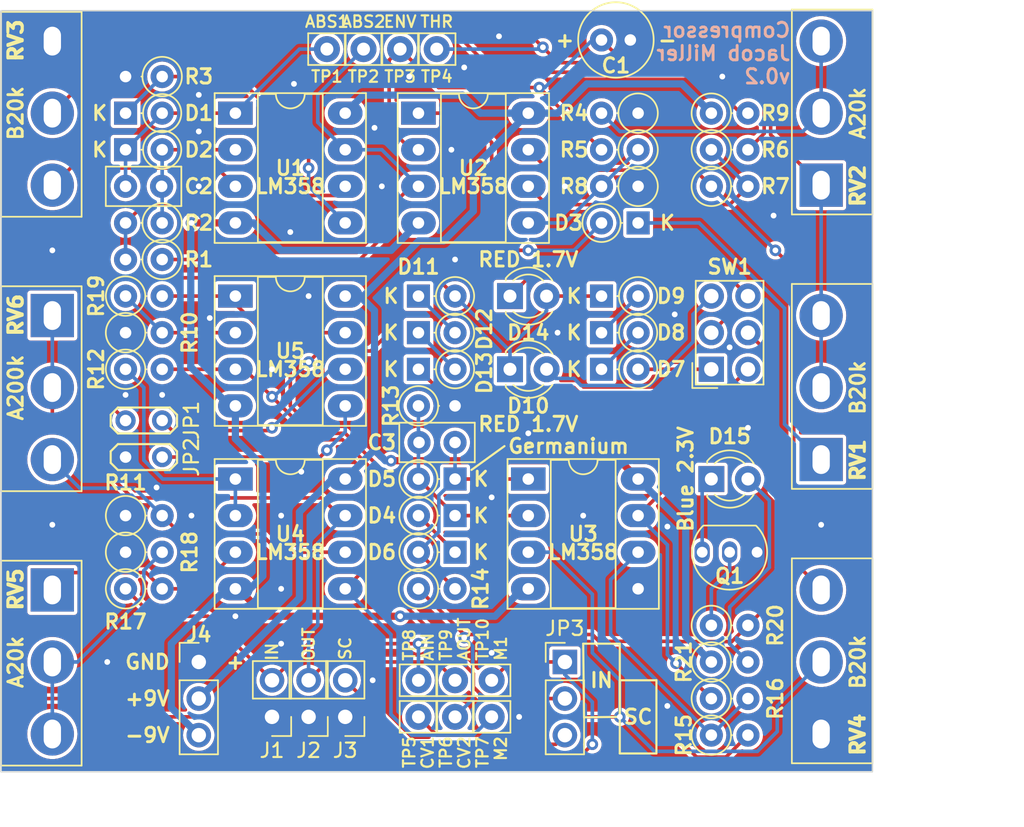
<source format=kicad_pcb>
(kicad_pcb (version 20221018) (generator pcbnew)
  (title_block (title "Compressor Pedal") (date "2023-06-12") (rev "v0.2"))
  (layers (0 "F.Cu" signal) (31 "B.Cu" signal) (34 "B.Paste" user) (35 "F.Paste" user) (36 "B.SilkS" user "B.Silkscreen") (37 "F.SilkS" user "F.Silkscreen") (38 "B.Mask" user) (39 "F.Mask" user) (44 "Edge.Cuts" user))
  (net 0 "")
  (net 1 "Net-(U2A--)")
  (net 2 "GNDA")
  (net 3 "Net-(D2-A)")
  (net 4 "Net-(D1-A)")
  (net 5 "Net-(D4-K)")
  (net 6 "Net-(D5-K)")
  (net 7 "Net-(D1-K)")
  (net 8 "Net-(D3-K)")
  (net 9 "Net-(D3-A)")
  (net 10 "Net-(D4-A)")
  (net 11 "Net-(D7-K)")
  (net 12 "Net-(D7-A)")
  (net 13 "Net-(D8-K)")
  (net 14 "/Volume Control/vol_mod")
  (net 15 "Net-(D10-A)")
  (net 16 "Net-(D11-K)")
  (net 17 "Net-(D12-K)")
  (net 18 "Net-(D13-K)")
  (net 19 "Net-(D14-K)")
  (net 20 "Net-(D15-K)")
  (net 21 "Net-(D15-A)")
  (net 22 "Net-(Q1-B)")
  (net 23 "Net-(U2A-+)")
  (net 24 "Net-(U1B--)")
  (net 25 "Net-(R4-Pad2)")
  (net 26 "Net-(U2B-+)")
  (net 27 "Net-(U2B--)")
  (net 28 "Net-(R6-Pad2)")
  (net 29 "/Volume Control/ctrl_voltage")
  (net 30 "+9V")
  (net 31 "Net-(R9-Pad2)")
  (net 32 "Net-(U5A--)")
  (net 33 "Net-(U4B--)")
  (net 34 "Net-(U4A--)")
  (net 35 "Net-(SW1A-B)")
  (net 36 "Net-(U3B--)")
  (net 37 "Net-(SW1B-B)")
  (net 38 "/input")
  (net 39 "Net-(U4A-+)")
  (net 40 "Net-(R18-Pad2)")
  (net 41 "/Volume Detector/signal_in")
  (net 42 "Net-(U3A-+)")
  (net 43 "/output")
  (net 44 "-9V")
  (net 45 "Net-(JP1-A)")
  (net 46 "Net-(JP1-B)")
  (net 47 "Net-(JP2-B)")
  (net 48 "Net-(J3-T)")
  (net 49 "Net-(JP3-C)")
  (footprint "Connector_PinHeader_2.54mm:PinHeader_1x02_P2.54mm_Vertical" (layer "F.Cu") (at 144.78 123.19 180)
    (fp_text reference "J1")
    (fp_text value "IN")
  )
  (footprint "Resistor_THT:R_Axial_DIN0207_L6.3mm_D2.5mm_P2.54mm_Vertical" (layer "F.Cu") (at 134.62 96.52)
    (fp_text reference "R10")
    (fp_text value "4.7k")
  )
  (footprint "Resistor_THT:R_Axial_DIN0207_L6.3mm_D2.5mm_P2.54mm_Vertical" (layer "F.Cu") (at 137.16 78.74 180)
    (fp_text reference "R3")
    (fp_text value "10k")
  )
  (footprint "Diode_THT:D_DO-35_SOD27_P2.54mm_Vertical_KathodeUp" (layer "F.Cu") (at 154.94 96.52)
    (fp_text reference "D12")
    (fp_text value "1N4148")
  )
  (footprint "Connector_Pin:Pin_D0.9mm_L10.0mm_W2.4mm_FlatFork" (layer "F.Cu") (at 156.21 76.835 180)
    (fp_text reference "TP4")
    (fp_text value "THR")
  )
  (footprint "Resistor_THT:R_Axial_DIN0207_L6.3mm_D2.5mm_P2.54mm_Vertical" (layer "F.Cu") (at 134.62 114.3)
    (fp_text reference "R17")
    (fp_text value "100k")
  )
  (footprint "CustomLibrary:Potentiometer_Alps_RK163_Single_Horizontal_Pads_Only" (layer "F.Cu") (at 129.54 95.33)
    (fp_text reference "RV6")
    (fp_text value "A200k")
  )
  (footprint "Capacitor_THT:C_Radial_D5.0mm_H11.0mm_P2.00mm" (layer "F.Cu") (at 167.64 76.2)
    (fp_text reference "C1")
    (fp_text value "1uF")
  )
  (footprint "CustomLibrary:Potentiometer_Alps_RK163_Single_Horizontal_Pads_Only" (layer "F.Cu") (at 182.88 105.33 180)
    (fp_text reference "RV1")
    (fp_text value "B20k")
  )
  (footprint "Resistor_THT:R_Axial_DIN0207_L6.3mm_D2.5mm_P2.54mm_Vertical" (layer "F.Cu") (at 175.26 86.36)
    (fp_text reference "R7")
    (fp_text value "100k")
  )
  (footprint "Resistor_THT:R_Axial_DIN0207_L6.3mm_D2.5mm_P2.54mm_Vertical" (layer "F.Cu") (at 170.18 81.28 180)
    (fp_text reference "R4")
    (fp_text value "4.7k" hide)
  )
  (footprint "Capacitor_THT:C_Disc_D5.0mm_W2.5mm_P2.50mm" (layer "F.Cu") (at 154.98 104.14)
    (fp_text reference "C3")
    (fp_text value "1nF")
  )
  (footprint "Diode_THT:D_DO-35_SOD27_P2.54mm_Vertical_KathodeUp" (layer "F.Cu") (at 134.62 83.82)
    (fp_text reference "D2")
    (fp_text value "1N4148")
  )
  (footprint "Resistor_THT:R_Axial_DIN0207_L6.3mm_D2.5mm_P2.54mm_Vertical" (layer "F.Cu") (at 175.26 116.84)
    (fp_text reference "R20")
    (fp_text value "10k")
  )
  (footprint "Resistor_THT:R_Axial_DIN0207_L6.3mm_D2.5mm_P2.54mm_Vertical" (layer "F.Cu") (at 175.26 121.92)
    (fp_text reference "R16")
    (fp_text value "47k")
  )
  (footprint "Connector_Pin:Pin_D0.9mm_L10.0mm_W2.4mm_FlatFork" (layer "F.Cu") (at 154.94 123.19)
    (fp_text reference "TP5")
    (fp_text value "CV1")
  )
  (footprint "Resistor_THT:R_Axial_DIN0207_L6.3mm_D2.5mm_P2.54mm_Vertical" (layer "F.Cu") (at 175.26 83.82)
    (fp_text reference "R6")
    (fp_text value "100k")
  )
  (footprint "Package_DIP:DIP-8_W7.62mm_Socket_LongPads" (layer "F.Cu") (at 154.94 81.28)
    (fp_text reference "U2")
    (fp_text value "LM358")
  )
  (footprint "Connector_Pin:Pin_D0.9mm_L10.0mm_W2.4mm_FlatFork" (layer "F.Cu") (at 160.02 120.65)
    (fp_text reference "TP10")
    (fp_text value "M1")
  )
  (footprint "Resistor_THT:R_Axial_DIN0207_L6.3mm_D2.5mm_P2.54mm_Vertical" (layer "F.Cu") (at 134.62 111.76)
    (fp_text reference "R18")
    (fp_text value "10k")
  )
  (footprint "Diode_THT:D_DO-35_SOD27_P2.54mm_Vertical_KathodeUp" (layer "F.Cu") (at 157.48 109.22 180)
    (fp_text reference "D4")
    (fp_text value "1N4148")
  )
  (footprint "TestPoint:TestPoint_2Pads_Pitch2.54mm_Drill0.8mm" (layer "F.Cu") (at 134.62 105.156)
    (fp_text reference "JP2")
    (fp_text value "Jumper_2_Bridged")
  )
  (footprint "Resistor_THT:R_Axial_DIN0207_L6.3mm_D2.5mm_P2.54mm_Vertical" (layer "F.Cu") (at 154.94 114.3)
    (fp_text reference "R14")
    (fp_text value "1k")
  )
  (footprint "Connector_Pin:Pin_D0.9mm_L10.0mm_W2.4mm_FlatFork" (layer "F.Cu") (at 154.94 120.65)
    (fp_text reference "TP8")
    (fp_text value "AIN")
  )
  (footprint "LED_THT:LED_D3.0mm_FlatTop" (layer "F.Cu") (at 161.29 93.98)
    (fp_text reference "D14")
    (fp_text value "RED 1.7V")
  )
  (footprint "Connector_Pin:Pin_D0.9mm_L10.0mm_W2.4mm_FlatFork" (layer "F.Cu") (at 160.02 123.19)
    (fp_text reference "TP7")
    (fp_text value "M2")
  )
  (footprint "CustomLibrary:Potentiometer_Alps_RK163_Single_Horizontal_Pads_Only" (layer "F.Cu") (at 129.54 76.28)
    (fp_text reference "RV3")
    (fp_text value "B20k")
  )
  (footprint "Connector_Pin:Pin_D0.9mm_L10.0mm_W2.4mm_FlatFork" (layer "F.Cu") (at 148.59 76.835)
    (fp_text reference "TP1")
    (fp_text value "ABS1")
  )
  (footprint "Connector_Pin:Pin_D0.9mm_L10.0mm_W2.4mm_FlatFork" (layer "F.Cu") (at 153.67 76.835 180)
    (fp_text reference "TP3")
    (fp_text value "ENV")
  )
  (footprint "Resistor_THT:R_Axial_DIN0207_L6.3mm_D2.5mm_P2.54mm_Vertical" (layer "F.Cu") (at 134.62 109.22)
    (fp_text reference "R11")
    (fp_text value "10k")
  )
  (footprint "Connector_Pin:Pin_D0.9mm_L10.0mm_W2.4mm_FlatFork" (layer "F.Cu") (at 157.48 120.65)
    (fp_text reference "TP9")
    (fp_text value "AOUT")
  )
  (footprint "TestPoint:TestPoint_2Pads_Pitch2.54mm_Drill0.8mm" (layer "F.Cu") (at 137.16 102.616 180)
    (fp_text reference "JP1")
    (fp_text value "Jumper_2_Bridged")
  )
  (footprint "Resistor_THT:R_Axial_DIN0207_L6.3mm_D2.5mm_P2.54mm_Vertical" (layer "F.Cu") (at 154.94 101.6)
    (fp_text reference "R13")
    (fp_text value "220k")
  )
  (footprint "Connector_Pin:Pin_D0.9mm_L10.0mm_W2.4mm_FlatFork" (layer "F.Cu") (at 157.48 123.19)
    (fp_text reference "TP6")
    (fp_text value "CV2")
  )
  (footprint "Resistor_THT:R_Axial_DIN0207_L6.3mm_D2.5mm_P2.54mm_Vertical" (layer "F.Cu") (at 134.62 93.98)
    (fp_text reference "R19")
    (fp_text value "100k")
  )
  (footprint "Connector_PinHeader_2.54mm:PinHeader_1x02_P2.54mm_Vertical" (layer "F.Cu") (at 149.86 123.19 180)
    (fp_text reference "J3")
    (fp_text value "SC")
  )
  (footprint "Resistor_THT:R_Axial_DIN0207_L6.3mm_D2.5mm_P2.54mm_Vertical" (layer "F.Cu") (at 137.16 88.9 180)
    (fp_text reference "R2")
    (fp_text value "10k")
  )
  (footprint "Diode_THT:D_DO-35_SOD27_P2.54mm_Vertical_KathodeUp" (layer "F.Cu") (at 170.18 88.9 180)
    (fp_text reference "D3")
    (fp_text value "1N4148")
  )
  (footprint "Package_DIP:DIP-8_W7.62mm_Socket_LongPads" (layer "F.Cu") (at 142.24 106.68)
    (fp_text reference "U4")
    (fp_text value "LM358")
  )
  (footprint "Diode_THT:D_DO-35_SOD27_P2.54mm_Vertical_KathodeUp" (layer "F.Cu") (at 167.64 96.52)
    (fp_text reference "D8")
    (fp_text value "1N4148")
  )
  (footprint "Diode_THT:D_DO-35_SOD27_P2.54mm_Vertical_KathodeUp" (layer "F.Cu") (at 157.48 106.68 180)
    (fp_text reference "D5")
    (fp_text value "1N34A")
  )
  (footprint "Resistor_THT:R_Axial_DIN0207_L6.3mm_D2.5mm_P2.54mm_Vertical" (layer "F.Cu") (at 175.26 124.46)
    (fp_text reference "R15")
    (fp_text value "47k")
  )
  (footprint "Resistor_THT:R_Axial_DIN0207_L6.3mm_D2.5mm_P2.54mm_Vertical" (layer "F.Cu") (at 170.18 83.82 180)
    (fp_text reference "R5")
    (fp_text value "100k")
  )
  (footprint "Package_DIP:DIP-8_W7.62mm_Socket_LongPads" (layer "F.Cu") (at 162.56 106.68)
    (fp_text reference "U3")
    (fp_text value "LM358")
  )
  (footprint "Resistor_THT:R_Axial_DIN0207_L6.3mm_D2.5mm_P2.54mm_Vertical" (layer "F.Cu") (at 134.62 99.06)
    (fp_text reference "R12")
    (fp_text value "100k")
  )
  (footprint "LED_THT:LED_D3.0mm_Clear" (layer "F.Cu") (at 175.26 106.68)
    (fp_text reference "D15")
    (fp_text value "Blue 2.3V")
  )
  (footprint "CustomLibrary:Potentiometer_Alps_RK163_Single_Horizontal_Pads_Only" (layer "F.Cu") (at 182.88 124.38 180)
    (fp_text reference "RV4")
    (fp_text value "B20k")
  )
  (footprint "CustomLibrary:TO-92_Inline_wide" (layer "F.Cu") (at 177.8 111.76 180)
    (fp_text reference "Q1")
    (fp_text value "PN2222A")
  )
  (footprint "Diode_THT:D_DO-35_SOD27_P2.54mm_Vertical_KathodeUp" (layer "F.Cu") (at 167.64 93.98)
    (fp_text reference "D9")
    (fp_text value "1N4148")
  )
  (footprint "Diode_THT:D_DO-35_SOD27_P2.54mm_Vertical_KathodeUp" (layer "F.Cu") (at 167.64 99.06)
    (fp_text reference "D7")
    (fp_text value "1N4148")
  )
  (footprint "Resistor_THT:R_Axial_DIN0207_L6.3mm_D2.5mm_P2.54mm_Vertical" (layer "F.Cu") (at 137.16 91.44 180)
    (fp_text reference "R1")
    (fp_text value "10k")
  )
  (footprint "Diode_THT:D_DO-35_SOD27_P2.54mm_Vertical_KathodeUp" (layer "F.Cu") (at 134.62 81.28)
    (fp_text reference "D1")
    (fp_text value "1N4148")
  )
  (footprint "Diode_THT:D_DO-35_SOD27_P2.54mm_Vertical_KathodeUp" (layer "F.Cu") (at 154.94 99.06)
    (fp_text reference "D13")
    (fp_text value "1N4148")
  )
  (footprint "Capacitor_THT:C_Disc_D5.0mm_W2.5mm_P2.50mm" (layer "F.Cu") (at 137.12 86.36 180)
    (fp_text reference "C2")
    (fp_text value "100pF")
  )
  (footprint "Resistor_THT:R_Axial_DIN0207_L6.3mm_D2.5mm_P2.54mm_Vertical" (layer "F.Cu") (at 170.18 86.36 180)
    (fp_text reference "R8")
    (fp_text value "100k")
  )
  (footprint "LED_THT:LED_D3.0mm_FlatTop" (layer "F.Cu") (at 161.29 99.06)
    (fp_text reference "D10")
    (fp_text value "RED 1.7V")
  )
  (footprint "Resistor_THT:R_Axial_DIN0207_L6.3mm_D2.5mm_P2.54mm_Vertical" (layer "F.Cu") (at 175.26 119.38)
    (fp_text reference "R21")
    (fp_text value "10k")
  )
  (footprint "Connector_PinHeader_2.54mm:PinHeader_1x03_P2.54mm_Vertical" (layer "F.Cu") (at 165.1 119.38)
    (fp_text reference "JP3")
    (fp_text value "Select" hide)
  )
  (footprint "Diode_THT:D_DO-35_SOD27_P2.54mm_Vertical_KathodeUp" (layer "F.Cu") (at 157.48 111.76 180)
    (fp_text reference "D6")
    (fp_text value "1N4148")
  )
  (footprint "Diode_THT:D_DO-35_SOD27_P2.54mm_Vertical_KathodeUp" (layer "F.Cu") (at 154.94 93.98)
    (fp_text reference "D11")
    (fp_text value "1N4148")
  )
  (footprint "Package_DIP:DIP-8_W7.62mm_Socket_LongPads" (layer "F.Cu") (at 142.24 93.98)
    (fp_text reference "U5")
    (fp_text value "LM358")
  )
  (footprint "Resistor_THT:R_Axial_DIN0207_L6.3mm_D2.5mm_P2.54mm_Vertical" (layer "F.Cu") (at 175.26 81.28)
    (fp_text reference "R9")
    (fp_text value "33k")
  )
  (footprint "Package_DIP:DIP-8_W7.62mm_Socket_LongPads" (layer "F.Cu") (at 142.24 81.28)
    (fp_text reference "U1")
    (fp_text value "LM358")
  )
  (footprint "CustomLibrary:SW_NKK_GW12LJP" (layer "F.Cu") (at 175.26 99.06 90)
    (fp_text reference "SW1")
    (fp_text value "SW_DPDT_x2")
  )
  (footprint "Connector_Pin:Pin_D0.9mm_L10.0mm_W2.4mm_FlatFork" (layer "F.Cu") (at 151.13 76.835)
    (fp_text reference "TP2")
    (fp_text value "ABS2")
  )
  (footprint "Connector_PinHeader_2.54mm:PinHeader_1x03_P2.54mm_Vertical" (layer "F.Cu") (at 139.7 119.38)
    (fp_text reference "J4")
    (fp_text value "Conn_01x03" hide)
  )
  (footprint "CustomLibrary:Potentiometer_Alps_RK163_Single_Horizontal_Pads_Only" (layer "F.Cu") (at 182.88 86.28 180)
    (fp_text reference "RV2")
    (fp_text value "A20k")
  )
  (footprint "Connector_PinHeader_2.54mm:PinHeader_1x02_P2.54mm_Vertical" (layer "F.Cu") (at 147.32 123.19 180)
    (fp_text reference "J2")
    (fp_text value "OUT")
  )
  (footprint "CustomLibrary:Potentiometer_Alps_RK163_Single_Horizontal_Pads_Only" (layer "F.Cu") (at 129.54 114.38)
    (fp_text reference "RV5")
    (fp_text value "A20k")
  )
  (gr_line (start 168.91 123.19) (end 166.43 123.22) (stroke (width 0.15)) (layer "F.SilkS"))
  (gr_line (start 168.91 120.65) (end 168.91 125.73) (stroke (width 0.15)) (layer "F.SilkS"))
  (gr_line (start 168.91 125.73) (end 171.45 125.73) (stroke (width 0.15)) (layer "F.SilkS"))
  (gr_line (start 166.43 123.22) (end 166.37 118.11) (stroke (width 0.15)) (layer "F.SilkS"))
  (gr_line (start 166.37 118.11) (end 168.91 118.11) (stroke (width 0.15)) (layer "F.SilkS"))
  (gr_line (start 171.45 125.73) (end 171.45 120.65) (stroke (width 0.15)) (layer "F.SilkS"))
  (gr_line (start 168.91 118.11) (end 168.91 123.19) (stroke (width 0.15)) (layer "F.SilkS"))
  (gr_line (start 160.909 104.394) (end 158.623 106.045) (stroke (width 0.15)) (layer "F.SilkS"))
  (gr_line (start 171.45 120.65) (end 168.91 120.65) (stroke (width 0.15)) (layer "F.SilkS"))
  (gr_rect (start 125.984 74.168) (end 186.436 127) (stroke (width 0.1)) (fill none) (layer "Edge.Cuts"))
  (gr_text "Compressor\nJacob Miller\nv0.2" (at 180.848 74.93) (layer "B.SilkS") (effects (font (size 1 1) (thickness 0.2) bold) (justify left top mirror)))
  (gr_text "IN" (at 167.64 120.65) (layer "F.SilkS") (effects (font (size 1 1) (thickness 0.2) bold)))
  (gr_text "+" (at 165.1 76.2) (layer "F.SilkS") (effects (font (size 1 1) (thickness 0.2) bold)))
  (gr_text "-9V" (at 137.795 124.46) (layer "F.SilkS") (effects (font (size 1 1) (thickness 0.2) bold) (justify right)))
  (gr_text "SC" (at 170.18 123.19) (layer "F.SilkS") (effects (font (size 1 1) (thickness 0.2) bold)))
  (gr_text "+9V" (at 137.795 121.92) (layer "F.SilkS") (effects (font (size 1 1) (thickness 0.2) bold) (justify right)))
  (gr_text "+" (at 142.24 119.38) (layer "F.SilkS") (effects (font (size 1 1) (thickness 0.2) bold)))
  (gr_text "Germanium" (at 165.354 104.394) (layer "F.SilkS") (effects (font (size 1 1) (thickness 0.2) bold)))
  (gr_text "-" (at 172.212 76.2) (layer "F.SilkS") (effects (font (size 1 1) (thickness 0.2) bold)))
  (gr_text "GND" (at 137.795 119.38) (layer "F.SilkS") (effects (font (size 1 1) (thickness 0.2) bold) (justify right)))
  (segment (start 156.337 79.502) (end 163.322002 79.502) (width 0.25) (layer "F.Cu") (net 1))
  (segment (start 153.67 76.835) (end 156.337 79.502) (width 0.25) (layer "F.Cu") (net 1))
  (segment (start 179.375 82.775) (end 179.375 80.31362) (width 0.25) (layer "F.Cu") (net 1))
  (segment (start 167.64 83.82) (end 163.322002 79.502) (width 0.25) (layer "F.Cu") (net 1))
  (segment (start 176.38638 77.325) (end 168.765 77.325) (width 0.25) (layer "F.Cu") (net 1))
  (segment (start 152.908 77.597) (end 152.908 82.296) (width 0.25) (layer "F.Cu") (net 1))
  (segment (start 153.67 76.835) (end 152.908 77.597) (width 0.25) (layer "F.Cu") (net 1))
  (segment (start 179.375 80.31362) (end 176.38638 77.325) (width 0.25) (layer "F.Cu") (net 1))
  (segment (start 168.765 77.325) (end 167.64 76.2) (width 0.25) (layer "F.Cu") (net 1))
  (segment (start 182.88 86.28) (end 179.375 82.775) (width 0.25) (layer "F.Cu") (net 1))
  (segment (start 152.908 82.296) (end 154.432 83.82) (width 0.25) (layer "F.Cu") (net 1))
  (via (at 163.322002 79.502) (size 0.8) (drill 0.4) (layers "F.Cu" "B.Cu") (net 1))
  (segment (start 167.005 76.2) (end 167.64 76.2) (width 0.25) (layer "B.Cu") (net 1))
  (segment (start 163.322002 79.502) (end 163.703 79.502) (width 0.25) (layer "B.Cu") (net 1))
  (segment (start 182.88 100.33) (end 182.88 95.25) (width 0.25) (layer "B.Cu") (net 1))
  (segment (start 163.703 79.502) (end 167.005 76.2) (width 0.25) (layer "B.Cu") (net 1))
  (segment (start 182.88 95.33) (end 182.88 86.36) (width 0.25) (layer "B.Cu") (net 1))
  (via (at 134.62 100.838) (size 0.8) (drill 0.4) (layers "F.Cu" "B.Cu") (net 2))
  (via (at 133.35 119.38) (size 0.8) (drill 0.4) (layers "F.Cu" "B.Cu") (net 2))
  (via (at 144.78 99.06) (size 0.8) (drill 0.4) (layers "F.Cu" "B.Cu") (net 2))
  (via (at 129.54 109.855) (size 0.8) (drill 0.4) (layers "F.Cu" "B.Cu") (net 2))
  (via (at 145.415 109.22) (size 0.8) (drill 0.4) (layers "F.Cu" "B.Cu") (net 2))
  (via (at 146.304 79.248) (size 0.8) (drill 0.4) (layers "F.Cu" "B.Cu") (net 2))
  (via (at 172.2077 122.4323) (size 0.8) (drill 0.4) (layers "F.Cu" "B.Cu") (net 2))
  (via (at 154.305 78.74) (size 0.8) (drill 0.4) (layers "F.Cu" "B.Cu") (net 2))
  (via (at 145.415 118.11) (size 0.8) (drill 0.4) (layers "F.Cu" "B.Cu") (net 2))
  (via (at 166.37 109.22) (size 0.8) (drill 0.4) (layers "F.Cu" "B.Cu") (net 2))
  (via (at 139.7 86.36) (size 0.8) (drill 0.4) (layers "F.Cu" "B.Cu") (net 2))
  (via (at 146.812 106.172) (size 0.8) (drill 0.4) (layers "F.Cu" "B.Cu") (net 2))
  (via (at 162.56 103.505) (size 0.8) (drill 0.4) (layers "F.Cu" "B.Cu") (net 2))
  (via (at 152.4 86.36) (size 0.8) (drill 0.4) (layers "F.Cu" "B.Cu") (net 2))
  (via (at 176.022 78.74) (size 0.8) (drill 0.4) (layers "F.Cu" "B.Cu") (net 2))
  (via (at 157.226 83.82) (size 0.8) (drill 0.4) (layers "F.Cu" "B.Cu") (net 2))
  (via (at 179.578 88.392) (size 0.8) (drill 0.4) (layers "F.Cu" "B.Cu") (net 2))
  (via (at 160.02 107.95) (size 0.8) (drill 0.4) (layers "F.Cu" "B.Cu") (net 2))
  (via (at 172.212 109.982) (size 0.8) (drill 0.4) (layers "F.Cu" "B.Cu") (net 2))
  (via (at 182.88 109.855) (size 0.8) (drill 0.4) (layers "F.Cu" "B.Cu") (net 2))
  (via (at 151.765 120.65) (size 0.8) (drill 0.4) (layers "F.Cu" "B.Cu") (net 2))
  (via (at 139.7 80.01) (size 0.8) (drill 0.4) (layers "F.Cu" "B.Cu") (net 2))
  (via (at 147.32 93.98) (size 0.8) (drill 0.4) (layers "F.Cu" "B.Cu") (net 2))
  (via (at 146.05 89.535) (size 0.8) (drill 0.4) (layers "F.Cu" "B.Cu") (net 2))
  (via (at 172.72 95.25) (size 0.8) (drill 0.4) (layers "F.Cu" "B.Cu") (net 2))
  (via (at 177.8 103.124) (size 0.8) (drill 0.4) (layers "F.Cu" "B.Cu") (net 2))
  (via (at 151.892 82.296) (size 0.8) (drill 0.4) (layers "F.Cu" "B.Cu") (net 2))
  (via (at 164.592 96.52) (size 0.8) (drill 0.4) (layers "F.Cu" "B.Cu") (net 2))
  (via (at 129.54 90.805) (size 0.8) (drill 0.4) (layers "F.Cu" "B.Cu") (net 2))
  (via (at 136.771139 107.265969) (size 0.8) (drill 0.4) (layers "F.Cu" "B.Cu") (net 2))
  (via (at 139.192 109.22) (size 0.8) (drill 0.4) (layers "F.Cu" "B.Cu") (net 2))
  (via (at 165.1 86.36) (size 0.8) (drill 0.4) (layers "F.Cu" "B.Cu") (net 2))
  (via (at 157.48 91.44) (size 0.8) (drill 0.4) (layers "F.Cu" "B.Cu") (net 2))
  (via (at 160.528 75.946) (size 0.8) (drill 0.4) (layers "F.Cu" "B.Cu") (net 2))
  (via (at 145.415 114.3) (size 0.8) (drill 0.4) (layers "F.Cu" "B.Cu") (net 2))
  (via (at 161.925 123.19) (size 0.8) (drill 0.4) (layers "F.Cu" "B.Cu") (net 2))
  (via (at 158.115 78.105) (size 0.8) (drill 0.4) (layers "F.Cu" "B.Cu") (net 2))
  (via (at 137.16 100.838) (size 0.8) (drill 0.4) (layers "F.Cu" "B.Cu") (net 2))
  (via (at 139.7 82.55) (size 0.8) (drill 0.4) (layers "F.Cu" "B.Cu") (net 2))
  (via (at 142.24 116.205) (size 0.8) (drill 0.4) (layers "F.Cu" "B.Cu") (net 2))
  (via (at 140.462 95.504) (size 0.8) (drill 0.4) (layers "F.Cu" "B.Cu") (net 2))
  (via (at 176.53 97.536) (size 0.8) (drill 0.4) (layers "F.Cu" "B.Cu") (net 2))
  (via (at 160.02 118.745) (size 0.8) (drill 0.4) (layers "F.Cu" "B.Cu") (net 2))
  (segment (start 134.62 111.76) (end 134.62 109.22) (width 0.25) (layer "B.Cu") (net 2))
  (segment (start 137.16 83.82) (end 142.24 83.82) (width 0.25) (layer "F.Cu") (net 3))
  (segment (start 137.16 86.36) (end 137.16 83.82) (width 0.25) (layer "B.Cu") (net 3))
  (segment (start 137.16 88.9) (end 137.16 86.36) (width 0.25) (layer "B.Cu") (net 3))
  (segment (start 137.16 81.28) (end 142.24 81.28) (width 0.25) (layer "F.Cu") (net 4))
  (segment (start 134.62 83.82) (end 137.16 81.28) (width 0.25) (layer "B.Cu") (net 4))
  (segment (start 146.685 76.835) (end 148.59 76.835) (width 0.25) (layer "B.Cu") (net 4))
  (segment (start 142.24 81.28) (end 146.685 76.835) (width 0.25) (layer "B.Cu") (net 4))
  (segment (start 134.62 86.36) (end 134.62 83.82) (width 0.25) (layer "B.Cu") (net 4))
  (segment (start 157.48 109.22) (end 154.94 106.68) (width 0.25) (layer "F.Cu") (net 5))
  (segment (start 157.48 109.22) (end 162.56 109.22) (width 0.25) (layer "F.Cu") (net 5))
  (segment (start 154.94 101.6) (end 154.94 104.14) (width 0.25) (layer "B.Cu") (net 5))
  (segment (start 154.94 106.68) (end 154.94 104.14) (width 0.25) (layer "B.Cu") (net 5))
  (segment (start 162.56 106.68) (end 157.48 106.68) (width 0.25) (layer "F.Cu") (net 6))
  (segment (start 157.48 114.3) (end 154.94 111.76) (width 0.25) (layer "F.Cu") (net 6))
  (segment (start 157.48 106.68) (end 157.48 104.14) (width 0.25) (layer "B.Cu") (net 6))
  (segment (start 156.355 110.345) (end 156.355 107.805) (width 0.25) (layer "B.Cu") (net 6))
  (segment (start 156.355 107.805) (end 157.48 106.68) (width 0.25) (layer "B.Cu") (net 6))
  (segment (start 154.94 111.76) (end 156.355 110.345) (width 0.25) (layer "B.Cu") (net 6))
  (segment (start 137.16 78.74) (end 142.35 78.74) (width 0.25) (layer "F.Cu") (net 7))
  (segment (start 142.35 78.74) (end 147.32 83.71) (width 0.25) (layer "F.Cu") (net 7))
  (segment (start 147.32 83.71) (end 147.32 85.09) (width 0.25) (layer "F.Cu") (net 7))
  (via (at 147.32 85.09) (size 0.8) (drill 0.4) (layers "F.Cu" "B.Cu") (net 7))
  (segment (start 147.32 86.36) (end 149.86 88.9) (width 0.25) (layer "B.Cu") (net 7))
  (segment (start 134.62 81.28) (end 137.16 78.74) (width 0.25) (layer "B.Cu") (net 7))
  (segment (start 147.32 85.09) (end 147.32 86.36) (width 0.25) (layer "B.Cu") (net 7))
  (segment (start 180.34 94.822943) (end 180.34 102.87) (width 0.25) (layer "B.Cu") (net 8))
  (segment (start 170.18 88.9) (end 174.417057 88.9) (width 0.25) (layer "B.Cu") (net 8))
  (segment (start 174.417057 88.9) (end 180.34 94.822943) (width 0.25) (layer "B.Cu") (net 8))
  (segment (start 180.34 102.87) (end 182.88 105.41) (width 0.25) (layer "B.Cu") (net 8))
  (segment (start 160.02 83.312) (end 160.02 88.9) (width 0.25) (layer "F.Cu") (net 9))
  (segment (start 154.94 81.28) (end 157.988 81.28) (width 0.25) (layer "F.Cu") (net 9))
  (segment (start 157.988 81.28) (end 160.02 83.312) (width 0.25) (layer "F.Cu") (net 9))
  (segment (start 160.02 88.9) (end 161.925 90.805) (width 0.25) (layer "F.Cu") (net 9))
  (segment (start 161.925 90.805) (end 162.56 90.805) (width 0.25) (layer "F.Cu") (net 9))
  (via (at 162.56 90.805) (size 0.8) (drill 0.4) (layers "F.Cu" "B.Cu") (net 9))
  (segment (start 165.735 90.805) (end 167.64 88.9) (width 0.25) (layer "B.Cu") (net 9))
  (segment (start 162.56 90.805) (end 165.735 90.805) (width 0.25) (layer "B.Cu") (net 9))
  (segment (start 157.48 111.76) (end 154.94 109.22) (width 0.25) (layer "F.Cu") (net 10))
  (segment (start 167.64 99.06) (end 170.18 96.52) (width 0.25) (layer "B.Cu") (net 11))
  (segment (start 170.18 99.06) (end 175.26 99.06) (width 0.25) (layer "F.Cu") (net 12))
  (segment (start 167.64 96.52) (end 170.18 93.98) (width 0.25) (layer "B.Cu") (net 13))
  (segment (start 151.638 97.79) (end 148.099196 97.79) (width 0.25) (layer "F.Cu") (net 14))
  (segment (start 151.892 106.17269) (end 149.673811 103.954501) (width 0.25) (layer "F.Cu") (net 14))
  (segment (start 149.86 114.3) (end 151.892 112.268) (width 0.25) (layer "F.Cu") (net 14))
  (segment (start 156.21 92.71) (end 153.924 92.71) (width 0.25) (layer "F.Cu") (net 14))
  (segment (start 153.924 92.71) (end 152.908 93.726) (width 0.25) (layer "F.Cu") (net 14))
  (segment (start 148.099196 97.79) (end 147.328598 98.560598) (width 0.25) (layer "F.Cu") (net 14))
  (segment (start 145.600499 101.786189) (end 145.600499 101.785499) (width 0.25) (layer "F.Cu") (net 14))
  (segment (start 144.78 100.965) (end 142.875 99.06) (width 0.25) (layer "F.Cu") (net 14))
  (segment (start 167.64 93.98) (end 163.83 93.98) (width 0.25) (layer "F.Cu") (net 14))
  (segment (start 151.892 112.268) (end 151.892 106.17269) (width 0.25) (layer "F.Cu") (net 14))
  (segment (start 152.908 96.52) (end 151.638 97.79) (width 0.25) (layer "F.Cu") (net 14))
  (segment (start 149.673811 103.954501) (end 147.768811 103.954501) (width 0.25) (layer "F.Cu") (net 14))
  (segment (start 157.48 93.98) (end 156.21 92.71) (width 0.25) (layer "F.Cu") (net 14))
  (segment (start 142.24 99.06) (end 137.16 99.06) (width 0.25) (layer "F.Cu") (net 14))
  (segment (start 145.600499 101.785499) (end 144.78 100.965) (width 0.25) (layer "F.Cu") (net 14))
  (segment (start 147.768811 103.954501) (end 145.600499 101.786189) (width 0.25) (layer "F.Cu") (net 14))
  (segment (start 152.908 93.726) (end 152.908 96.52) (width 0.25) (layer "F.Cu") (net 14))
  (via (at 147.328598 98.560598) (size 0.8) (drill 0.4) (layers "F.Cu" "B.Cu") (net 14))
  (via (at 144.78 100.965) (size 0.8) (drill 0.4) (layers "F.Cu" "B.Cu") (net 14))
  (segment (start 153.035 123.017412) (end 153.035 117.475) (width 0.25) (layer "B.Cu") (net 14))
  (segment (start 147.311402 98.560598) (end 147.328598 98.560598) (width 0.25) (layer "B.Cu") (net 14))
  (segment (start 161.29 99.06) (end 161.29 97.536) (width 0.25) (layer "B.Cu") (net 14))
  (segment (start 144.78 100.965) (end 144.907 100.965) (width 0.25) (layer "B.Cu") (net 14))
  (segment (start 163.83 94.996) (end 163.83 93.98) (width 0.25) (layer "B.Cu") (net 14))
  (segment (start 161.29 97.536) (end 163.83 94.996) (width 0.25) (layer "B.Cu") (net 14))
  (segment (start 144.907 100.965) (end 147.311402 98.560598) (width 0.25) (layer "B.Cu") (net 14))
  (segment (start 158.75 124.46) (end 154.477588 124.46) (width 0.25) (layer "B.Cu") (net 14))
  (segment (start 160.02 123.19) (end 158.75 124.46) (width 0.25) (layer "B.Cu") (net 14))
  (segment (start 161.29 97.79) (end 157.48 93.98) (width 0.25) (layer "B.Cu") (net 14))
  (segment (start 154.477588 124.46) (end 153.035 123.017412) (width 0.25) (layer "B.Cu") (net 14))
  (segment (start 153.035 117.475) (end 149.86 114.3) (width 0.25) (layer "B.Cu") (net 14))
  (segment (start 173.99 95.25) (end 175.26 93.98) (width 0.25) (layer "B.Cu") (net 15))
  (segment (start 164.465 99.695) (end 165.735 99.695) (width 0.25) (layer "B.Cu") (net 15))
  (segment (start 170.96 100.185) (end 173.99 97.155) (width 0.25) (layer "B.Cu") (net 15))
  (segment (start 163.83 99.06) (end 164.465 99.695) (width 0.25) (layer "B.Cu") (net 15))
  (segment (start 166.225 100.185) (end 170.96 100.185) (width 0.25) (layer "B.Cu") (net 15))
  (segment (start 173.99 97.155) (end 173.99 95.25) (width 0.25) (layer "B.Cu") (net 15))
  (segment (start 165.735 99.695) (end 166.225 100.185) (width 0.25) (layer "B.Cu") (net 15))
  (segment (start 154.94 93.98) (end 157.48 96.52) (width 0.25) (layer "B.Cu") (net 16))
  (segment (start 154.94 96.52) (end 157.48 99.06) (width 0.25) (layer "B.Cu") (net 17))
  (segment (start 176.08 100.78) (end 177.8 99.06) (width 0.25) (layer "F.Cu") (net 18))
  (segment (start 154.94 99.06) (end 156.21 100.33) (width 0.25) (layer "F.Cu") (net 18))
  (segment (start 166.183588 100.78) (end 176.08 100.78) (width 0.25) (layer "F.Cu") (net 18))
  (segment (start 165.733588 100.33) (end 166.183588 100.78) (width 0.25) (layer "F.Cu") (net 18))
  (segment (start 156.21 100.33) (end 165.733588 100.33) (width 0.25) (layer "F.Cu") (net 18))
  (segment (start 175.9845 92.1645) (end 177.8 93.98) (width 0.25) (layer "F.Cu") (net 19))
  (segment (start 161.29 93.98) (end 163.1055 92.1645) (width 0.25) (layer "F.Cu") (net 19))
  (segment (start 163.1055 92.1645) (end 175.9845 92.1645) (width 0.25) (layer "F.Cu") (net 19))
  (segment (start 174.625 107.315) (end 175.26 106.68) (width 0.25) (layer "B.Cu") (net 20))
  (segment (start 174.625 111.76) (end 174.625 107.315) (width 0.25) (layer "B.Cu") (net 20))
  (segment (start 176.53 118.11) (end 176.53 115.57) (width 0.25) (layer "B.Cu") (net 21))
  (segment (start 177.8 119.38) (end 176.53 118.11) (width 0.25) (layer "B.Cu") (net 21))
  (segment (start 176.53 115.57) (end 179.285 112.815) (width 0.25) (layer "B.Cu") (net 21))
  (segment (start 179.285 112.815) (end 179.285 108.165) (width 0.25) (layer "B.Cu") (net 21))
  (segment (start 179.285 108.165) (end 177.8 106.68) (width 0.25) (layer "B.Cu") (net 21))
  (segment (start 175.26 114.3) (end 176.53 113.03) (width 0.25) (layer "B.Cu") (net 22))
  (segment (start 176.53 113.03) (end 176.53 111.76) (width 0.25) (layer "B.Cu") (net 22))
  (segment (start 175.26 116.84) (end 175.26 114.3) (width 0.25) (layer "B.Cu") (net 22))
  (segment (start 137.668 91.44) (end 150.876 91.44) (width 0.25) (layer "F.Cu") (net 23))
  (segment (start 152.654 89.662) (end 152.654 88.138) (width 0.25) (layer "F.Cu") (net 23))
  (segment (start 152.654 88.138) (end 154.432 86.36) (width 0.25) (layer "F.Cu") (net 23))
  (segment (start 150.876 91.44) (end 152.654 89.662) (width 0.25) (layer "F.Cu") (net 23))
  (segment (start 137.414 91.186) (end 137.668 91.44) (width 0.25) (layer "F.Cu") (net 23))
  (segment (start 149.86 83.82) (end 152.4 83.82) (width 0.25) (layer "B.Cu") (net 23))
  (segment (start 152.4 83.82) (end 154.94 86.36) (width 0.25) (layer "B.Cu") (net 23))
  (segment (start 147.955 81.915) (end 147.955 80.01) (width 0.25) (layer "B.Cu") (net 23))
  (segment (start 147.955 80.01) (end 151.13 76.835) (width 0.25) (layer "B.Cu") (net 23))
  (segment (start 149.86 83.82) (end 147.955 81.915) (width 0.25) (layer "B.Cu") (net 23))
  (segment (start 134.62 88.9) (end 135.89 87.63) (width 0.25) (layer "F.Cu") (net 24))
  (segment (start 149.225 86.995) (end 149.86 86.36) (width 0.25) (layer "F.Cu") (net 24))
  (segment (start 135.89 87.63) (end 146.05 87.63) (width 0.25) (layer "F.Cu") (net 24))
  (segment (start 146.05 87.63) (end 146.685 86.995) (width 0.25) (layer "F.Cu") (net 24))
  (segment (start 146.685 86.995) (end 149.225 86.995) (width 0.25) (layer "F.Cu") (net 24))
  (segment (start 134.62 91.44) (end 134.62 88.9) (width 0.25) (layer "B.Cu") (net 24))
  (segment (start 168.91 82.55) (end 167.64 81.28) (width 0.25) (layer "B.Cu") (net 25))
  (segment (start 181.61 82.55) (end 168.91 82.55) (width 0.25) (layer "B.Cu") (net 25))
  (segment (start 182.88 81.28) (end 181.61 82.55) (width 0.25) (layer "B.Cu") (net 25))
  (segment (start 182.88 81.28) (end 182.88 76.2) (width 0.25) (layer "B.Cu") (net 25))
  (segment (start 167.64 86.36) (end 170.18 83.82) (width 0.25) (layer "B.Cu") (net 26))
  (segment (start 162.56 88.9) (end 165.1 88.9) (width 0.25) (layer "B.Cu") (net 26))
  (segment (start 165.1 88.9) (end 167.64 86.36) (width 0.25) (layer "B.Cu") (net 26))
  (segment (start 163.83 87.63) (end 176.53 87.63) (width 0.25) (layer "F.Cu") (net 27))
  (segment (start 176.53 87.63) (end 177.8 86.36) (width 0.25) (layer "F.Cu") (net 27))
  (segment (start 162.56 86.36) (end 163.83 87.63) (width 0.25) (layer "F.Cu") (net 27))
  (segment (start 177.8 86.36) (end 175.26 83.82) (width 0.25) (layer "B.Cu") (net 27))
  (segment (start 176.200191 77.774501) (end 164.642501 77.774501) (width 0.25) (layer "F.Cu") (net 28))
  (segment (start 161.798 74.93) (end 163.576 76.708) (width 0.25) (layer "F.Cu") (net 28))
  (segment (start 178.925 80.49931) (end 176.200191 77.774501) (width 0.25) (layer "F.Cu") (net 28))
  (segment (start 177.8 83.82) (end 178.925 82.695) (width 0.25) (layer "F.Cu") (net 28))
  (segment (start 135.89 74.93) (end 161.798 74.93) (width 0.25) (layer "F.Cu") (net 28))
  (segment (start 164.642501 77.774501) (end 163.576 76.708) (width 0.25) (layer "F.Cu") (net 28))
  (segment (start 178.925 82.695) (end 178.925 80.49931) (width 0.25) (layer "F.Cu") (net 28))
  (segment (start 129.54 81.28) (end 135.89 74.93) (width 0.25) (layer "F.Cu") (net 28))
  (via (at 163.576 76.708) (size 0.8) (drill 0.4) (layers "F.Cu" "B.Cu") (net 28))
  (segment (start 163.449 76.835) (end 163.576 76.708) (width 0.25) (layer "B.Cu") (net 28))
  (segment (start 156.21 76.835) (end 163.449 76.835) (width 0.25) (layer "B.Cu") (net 28))
  (segment (start 162.56 83.82) (end 163.975 85.235) (width 0.25) (layer "F.Cu") (net 29))
  (segment (start 180.975 92.075) (end 180.975 112.395) (width 0.25) (layer "F.Cu") (net 29))
  (segment (start 180.975 112.395) (end 182.88 114.3) (width 0.25) (layer "F.Cu") (net 29))
  (segment (start 179.705 90.805) (end 180.975 92.075) (width 0.25) (layer "F.Cu") (net 29))
  (segment (start 174.135 85.235) (end 175.26 86.36) (width 0.25) (layer "F.Cu") (net 29))
  (segment (start 163.975 85.235) (end 174.135 85.235) (width 0.25) (layer "F.Cu") (net 29))
  (via (at 179.705 90.805) (size 0.8) (drill 0.4) (layers "F.Cu" "B.Cu") (net 29))
  (segment (start 175.26 86.36) (end 179.705 90.805) (width 0.25) (layer "B.Cu") (net 29))
  (segment (start 153.035 105.41) (end 168.91 105.41) (width 0.5) (layer "F.Cu") (net 30))
  (segment (start 168.91 105.41) (end 170.18 106.68) (width 0.5) (layer "F.Cu") (net 30))
  (via (at 153.035 105.41) (size 0.8) (drill 0.4) (layers "F.Cu" "B.Cu") (net 30))
  (segment (start 170.18 106.68) (end 173.482 109.982) (width 0.5) (layer "B.Cu") (net 30))
  (segment (start 166.624 79.248) (end 173.228 79.248) (width 0.5) (layer "B.Cu") (net 30))
  (segment (start 151.892 104.648) (end 152.654 105.41) (width 0.5) (layer "B.Cu") (net 30))
  (segment (start 150.876 93.98) (end 151.892 94.996) (width 0.5) (layer "B.Cu") (net 30))
  (segment (start 151.892 94.996) (end 151.892 104.648) (width 0.5) (layer "B.Cu") (net 30))
  (segment (start 151.13 93.98) (end 149.86 93.98) (width 0.5) (layer "B.Cu") (net 30))
  (segment (start 158.75 88.078884) (end 156.678884 90.15) (width 0.5) (layer "B.Cu") (net 30))
  (segment (start 146.685 108.966) (end 148.971 106.68) (width 0.5) (layer "B.Cu") (net 30))
  (segment (start 139.7 121.92) (end 146.685 114.935) (width 0.5) (layer "B.Cu") (net 30))
  (segment (start 152.654 105.41) (end 153.035 105.41) (width 0.5) (layer "B.Cu") (net 30))
  (segment (start 151.892 104.648) (end 149.86 106.68) (width 0.5) (layer "B.Cu") (net 30))
  (segment (start 158.75 85.09) (end 158.75 88.078884) (width 0.5) (layer "B.Cu") (net 30))
  (segment (start 173.482 109.982) (end 173.482 117.602) (width 0.5) (layer "B.Cu") (net 30))
  (segment (start 156.678884 90.15) (end 154.96 90.15) (width 0.5) (layer "B.Cu") (net 30))
  (segment (start 164.592 81.28) (end 166.624 79.248) (width 0.5) (layer "B.Cu") (net 30))
  (segment (start 151.11 80.03) (end 157.988 80.03) (width 0.5) (layer "B.Cu") (net 30))
  (segment (start 162.56 81.28) (end 158.75 85.09) (width 0.5) (layer "B.Cu") (net 30))
  (segment (start 157.988 80.03) (end 159.238 81.28) (width 0.5) (layer "B.Cu") (net 30))
  (segment (start 154.96 90.15) (end 151.13 93.98) (width 0.5) (layer "B.Cu") (net 30))
  (segment (start 149.86 93.98) (end 150.876 93.98) (width 0.5) (layer "B.Cu") (net 30))
  (segment (start 159.238 81.28) (end 162.56 81.28) (width 0.5) (layer "B.Cu") (net 30))
  (segment (start 173.482 117.602) (end 175.26 119.38) (width 0.5) (layer "B.Cu") (net 30))
  (segment (start 162.56 81.28) (end 164.592 81.28) (width 0.5) (layer "B.Cu") (net 30))
  (segment (start 146.685 114.935) (end 146.685 108.966) (width 0.5) (layer "B.Cu") (net 30))
  (segment (start 149.86 81.28) (end 151.11 80.03) (width 0.5) (layer "B.Cu") (net 30))
  (segment (start 173.228 79.248) (end 175.26 81.28) (width 0.5) (layer "B.Cu") (net 30))
  (segment (start 160.229 78.441) (end 174.453 78.441) (width 0.25) (layer "F.Cu") (net 31))
  (segment (start 131.445 80.137) (end 136.144 75.438) (width 0.25) (layer "F.Cu") (net 31))
  (segment (start 157.226 75.438) (end 160.229 78.441) (width 0.25) (layer "F.Cu") (net 31))
  (segment (start 174.453 78.441) (end 177.292 81.28) (width 0.25) (layer "F.Cu") (net 31))
  (segment (start 129.54 86.36) (end 131.445 84.455) (width 0.25) (layer "F.Cu") (net 31))
  (segment (start 136.144 75.438) (end 157.226 75.438) (width 0.25) (layer "F.Cu") (net 31))
  (segment (start 131.445 84.455) (end 131.445 80.137) (width 0.25) (layer "F.Cu") (net 31))
  (segment (start 142.24 96.52) (end 137.16 96.52) (width 0.25) (layer "F.Cu") (net 32))
  (segment (start 134.62 93.98) (end 137.16 96.52) (width 0.25) (layer "B.Cu") (net 32))
  (segment (start 145.288 111.76) (end 149.86 111.76) (width 0.25) (layer "F.Cu") (net 33))
  (segment (start 138.43 110.49) (end 144.018 110.49) (width 0.25) (layer "F.Cu") (net 33))
  (segment (start 137.16 109.22) (end 138.43 110.49) (width 0.25) (layer "F.Cu") (net 33))
  (segment (start 144.018 110.49) (end 145.288 111.76) (width 0.25) (layer "F.Cu") (net 33))
  (segment (start 135.255 107.315) (end 137.16 109.22) (width 0.25) (layer "B.Cu") (net 33))
  (segment (start 129.54 105.41) (end 131.445 107.315) (width 0.25) (layer "B.Cu") (net 33))
  (segment (start 131.445 107.315) (end 135.255 107.315) (width 0.25) (layer "B.Cu") (net 33))
  (segment (start 129.54 105.33) (end 129.54 105.41) (width 0.25) (layer "B.Cu") (net 33))
  (segment (start 135.89 100.33) (end 134.62 99.06) (width 0.25) (layer "B.Cu") (net 34))
  (segment (start 142.24 109.22) (end 142.24 106.68) (width 0.25) (layer "B.Cu") (net 34))
  (segment (start 137.197216 106.68) (end 135.89 105.372784) (width 0.25) (layer "B.Cu") (net 34))
  (segment (start 142.24 106.68) (end 137.197216 106.68) (width 0.25) (layer "B.Cu") (net 34))
  (segment (start 135.89 105.372784) (end 135.89 100.33) (width 0.25) (layer "B.Cu") (net 34))
  (segment (start 170.18 121.92) (end 170.18 120.65) (width 0.25) (layer "F.Cu") (net 35))
  (segment (start 179.519501 107.509811) (end 180.027501 108.017811) (width 0.25) (layer "F.Cu") (net 35))
  (segment (start 179.519501 96.334501) (end 179.519501 107.509811) (width 0.25) (layer "F.Cu") (net 35))
  (segment (start 173.108108 117.965) (end 173.091853 117.948745) (width 0.25) (layer "F.Cu") (net 35))
  (segment (start 177.8 116.84) (end 176.675 117.965) (width 0.25) (layer "F.Cu") (net 35))
  (segment (start 167.478745 117.948745) (end 167.004501 117.474501) (width 0.25) (layer "F.Cu") (net 35))
  (segment (start 170.18 120.65) (end 167.004501 117.474501) (width 0.25) (layer "F.Cu") (net 35))
  (segment (start 176.276 125.984) (end 174.244 125.984) (width 0.25) (layer "F.Cu") (net 35))
  (segment (start 173.091853 117.948745) (end 167.478745 117.948745) (width 0.25) (layer "F.Cu") (net 35))
  (segment (start 178.435 95.25) (end 179.519501 96.334501) (width 0.25) (layer "F.Cu") (net 35))
  (segment (start 180.027501 108.017811) (end 180.027501 114.612499) (width 0.25) (layer "F.Cu") (net 35))
  (segment (start 176.53 95.25) (end 178.435 95.25) (width 0.25) (layer "F.Cu") (net 35))
  (segment (start 177.8 124.46) (end 176.276 125.984) (width 0.25) (layer "F.Cu") (net 35))
  (segment (start 176.675 117.965) (end 173.108108 117.965) (width 0.25) (layer "F.Cu") (net 35))
  (segment (start 180.027501 114.612499) (end 177.8 116.84) (width 0.25) (layer "F.Cu") (net 35))
  (segment (start 154.94 114.3) (end 158.114501 117.474501) (width 0.25) (layer "F.Cu") (net 35))
  (segment (start 158.3295 117.474501) (end 158.114501 117.6895) (width 0.25) (layer "F.Cu") (net 35))
  (segment (start 158.114501 117.474501) (end 158.114501 117.6895) (width 0.25) (layer "F.Cu") (net 35))
  (segment (start 174.244 125.984) (end 170.18 121.92) (width 0.25) (layer "F.Cu") (net 35))
  (segment (start 167.004501 117.474501) (end 158.3295 117.474501) (width 0.25) (layer "F.Cu") (net 35))
  (segment (start 175.26 96.52) (end 176.53 95.25) (width 0.25) (layer "F.Cu") (net 35))
  (via (at 158.114501 117.6895) (size 0.8) (drill 0.4) (layers "F.Cu" "B.Cu") (net 35))
  (segment (start 157.48 123.19) (end 158.705 121.965) (width 0.25) (layer "B.Cu") (net 35))
  (segment (start 158.705 121.965) (end 158.705 118.279999) (width 0.25) (layer "B.Cu") (net 35))
  (segment (start 158.705 118.279999) (end 158.114501 117.6895) (width 0.25) (layer "B.Cu") (net 35))
  (segment (start 168.275 113.665) (end 170.18 111.76) (width 0.25) (layer "B.Cu") (net 36))
  (segment (start 175.26 124.46) (end 177.8 121.92) (width 0.25) (layer "B.Cu") (net 36))
  (segment (start 175.260001 124.460002) (end 168.275 117.475) (width 0.25) (layer "B.Cu") (net 36))
  (segment (start 168.275 117.475) (end 168.275 113.665) (width 0.25) (layer "B.Cu") (net 36))
  (segment (start 177.8 96.52) (end 179.07 97.79) (width 0.25) (layer "F.Cu") (net 37))
  (segment (start 175.26 121.92) (end 172.8095 119.469502) (width 0.25) (layer "F.Cu") (net 37))
  (segment (start 179.07 100.33) (end 170.18 109.22) (width 0.25) (layer "F.Cu") (net 37))
  (segment (start 179.07 97.79) (end 179.07 100.33) (width 0.25) (layer "F.Cu") (net 37))
  (via (at 172.8095 119.469502) (size 0.8) (drill 0.4) (layers "F.Cu" "B.Cu") (net 37))
  (segment (start 172.212 111.252) (end 172.212 118.872002) (width 0.25) (layer "B.Cu") (net 37))
  (segment (start 170.18 109.22) (end 172.212 111.252) (width 0.25) (layer "B.Cu") (net 37))
  (segment (start 172.212 118.872002) (end 172.8095 119.469502) (width 0.25) (layer "B.Cu") (net 37))
  (segment (start 144.78 120.65) (end 140.335 116.205) (width 0.25) (layer "F.Cu") (net 38))
  (segment (start 140.335 116.205) (end 136.525 116.205) (width 0.25) (layer "F.Cu") (net 38))
  (segment (start 136.525 116.205) (end 134.62 114.3) (width 0.25) (layer "F.Cu") (net 38))
  (segment (start 147.32 118.11) (end 144.78 120.65) (width 0.25) (layer "F.Cu") (net 38))
  (segment (start 154.94 118.11) (end 147.32 118.11) (width 0.25) (layer "F.Cu") (net 38))
  (via (at 154.94 118.11) (size 0.8) (drill 0.4) (layers "F.Cu" "B.Cu") (net 38))
  (segment (start 154.94 120.65) (end 154.94 118.11) (width 0.25) (layer "B.Cu") (net 38))
  (segment (start 139.7 114.3) (end 142.24 111.76) (width 0.25) (layer "F.Cu") (net 39))
  (segment (start 129.54 114.38) (end 130.745 113.175) (width 0.25) (layer "F.Cu") (net 39))
  (segment (start 136.035 113.175) (end 137.16 114.3) (width 0.25) (layer "F.Cu") (net 39))
  (segment (start 137.16 114.3) (end 139.7 114.3) (width 0.25) (layer "F.Cu") (net 39))
  (segment (start 130.745 113.175) (end 136.035 113.175) (width 0.25) (layer "F.Cu") (net 39))
  (segment (start 131.284505 119.38) (end 135.89 114.774505) (width 0.25) (layer "B.Cu") (net 40))
  (segment (start 135.89 114.774505) (end 135.89 113.03) (width 0.25) (layer "B.Cu") (net 40))
  (segment (start 129.54 124.38) (end 129.54 119.38) (width 0.25) (layer "B.Cu") (net 40))
  (segment (start 135.89 113.03) (end 137.16 111.76) (width 0.25) (layer "B.Cu") (net 40))
  (segment (start 129.54 119.38) (end 131.284505 119.38) (width 0.25) (layer "B.Cu") (net 40))
  (segment (start 142.24 86.36) (end 140.97 85.09) (width 0.25) (layer "F.Cu") (net 41))
  (segment (start 128.27 121.92) (end 135.255 121.92) (width 0.25) (layer "F.Cu") (net 41))
  (segment (start 135.255 121.92) (end 136.525 123.19) (width 0.25) (layer "F.Cu") (net 41))
  (segment (start 136.525 123.19) (end 140.97 123.19) (width 0.25) (layer "F.Cu") (net 41))
  (segment (start 127 92.075) (end 127 120.65) (width 0.25) (layer "F.Cu") (net 41))
  (segment (start 143.51 125.73) (end 166.37 125.73) (width 0.25) (layer "F.Cu") (net 41))
  (segment (start 133.985 85.09) (end 127 92.075) (width 0.25) (layer "F.Cu") (net 41))
  (segment (start 127 120.65) (end 128.27 121.92) (width 0.25) (layer "F.Cu") (net 41))
  (segment (start 160.02 120.65) (end 161.29 119.38) (width 0.25) (layer "F.Cu") (net 41))
  (segment (start 140.97 85.09) (end 133.985 85.09) (width 0.25) (layer "F.Cu") (net 41))
  (segment (start 166.37 125.73) (end 167.005 125.095) (width 0.25) (layer "F.Cu") (net 41))
  (segment (start 140.97 123.19) (end 143.51 125.73) (width 0.25) (layer "F.Cu") (net 41))
  (segment (start 161.29 119.38) (end 165.1 119.38) (width 0.25) (layer "F.Cu") (net 41))
  (via (at 167.005 125.095) (size 0.8) (drill 0.4) (layers "F.Cu" "B.Cu") (net 41))
  (segment (start 167.005 122.163299) (end 165.1 120.258299) (width 0.25) (layer "B.Cu") (net 41))
  (segment (start 165.1 120.258299) (end 165.1 119.38) (width 0.25) (layer "B.Cu") (net 41))
  (segment (start 167.005 125.095) (end 167.005 122.163299) (width 0.25) (layer "B.Cu") (net 41))
  (segment (start 156.21 124.46) (end 163.195 124.46) (width 0.25) (layer "F.Cu") (net 42))
  (segment (start 164.465 123.19) (end 168.91 123.19) (width 0.25) (layer "F.Cu") (net 42))
  (segment (start 163.195 124.46) (end 164.465 123.19) (width 0.25) (layer "F.Cu") (net 42))
  (segment (start 154.94 123.19) (end 156.21 124.46) (width 0.25) (layer "F.Cu") (net 42))
  (via (at 168.91 123.19) (size 0.8) (drill 0.4) (layers "F.Cu" "B.Cu") (net 42))
  (segment (start 167.005 118.745) (end 168.91 120.65) (width 0.25) (layer "B.Cu") (net 42))
  (segment (start 178.453 125.585) (end 179.832 124.206) (width 0.25) (layer "B.Cu") (net 42))
  (segment (start 167.005 114.681) (end 167.005 118.745) (width 0.25) (layer "B.Cu") (net 42))
  (segment (start 171.305 125.585) (end 178.453 125.585) (width 0.25) (layer "B.Cu") (net 42))
  (segment (start 168.91 123.19) (end 171.305 125.585) (width 0.25) (layer "B.Cu") (net 42))
  (segment (start 168.91 120.65) (end 168.91 123.19) (width 0.25) (layer "B.Cu") (net 42))
  (segment (start 164.084 111.76) (end 167.005 114.681) (width 0.25) (layer "B.Cu") (net 42))
  (segment (start 162.56 111.76) (end 164.084 111.76) (width 0.25) (layer "B.Cu") (net 42))
  (segment (start 179.832 124.206) (end 179.832 122.428) (width 0.25) (layer "B.Cu") (net 42))
  (segment (start 179.832 122.428) (end 182.88 119.38) (width 0.25) (layer "B.Cu") (net 42))
  (segment (start 135.079149 107.990469) (end 129.54 102.45132) (width 0.25) (layer "F.Cu") (net 43))
  (segment (start 129.54 102.45132) (end 129.54 100.33) (width 0.25) (layer "F.Cu") (net 43))
  (segment (start 149.46 109.22) (end 148.230469 107.990469) (width 0.25) (layer "F.Cu") (net 43))
  (segment (start 147.32 120.65) (end 148.59 119.38) (width 0.25) (layer "F.Cu") (net 43))
  (segment (start 156.21 119.38) (end 157.48 120.65) (width 0.25) (layer "F.Cu") (net 43))
  (segment (start 148.230469 107.990469) (end 135.079149 107.990469) (width 0.25) (layer "F.Cu") (net 43))
  (segment (start 148.59 119.38) (end 156.21 119.38) (width 0.25) (layer "F.Cu") (net 43))
  (segment (start 147.955 116.84) (end 147.955 111.125) (width 0.25) (layer "B.Cu") (net 43))
  (segment (start 129.54 100.33) (end 129.54 95.25) (width 0.25) (layer "B.Cu") (net 43))
  (segment (start 147.32 117.475) (end 147.955 116.84) (width 0.25) (layer "B.Cu") (net 43))
  (segment (start 147.955 111.125) (end 149.86 109.22) (width 0.25) (layer "B.Cu") (net 43))
  (segment (start 147.32 120.65) (end 147.32 117.475) (width 0.25) (layer "B.Cu") (net 43))
  (segment (start 142.24 114.3) (end 142.44 114.3) (width 0.5) (layer "F.Cu") (net 44))
  (segment (start 142.24 88.9) (end 139.192 88.9) (width 0.5) (layer "F.Cu") (net 44))
  (segment (start 142.44 114.3) (end 144.345 116.205) (width 0.5) (layer "F.Cu") (net 44))
  (segment (start 144.345 116.205) (end 153.67 116.205) (width 0.5) (layer "F.Cu") (net 44))
  (via (at 153.67 116.205) (size 0.8) (drill 0.4) (layers "F.Cu" "B.Cu") (net 44))
  (via (at 139.192 88.9) (size 0.8) (drill 0.4) (layers "F.Cu" "B.Cu") (net 44))
  (segment (start 143.256 114.3) (end 142.24 114.3) (width 0.5) (layer "B.Cu") (net 44))
  (segment (start 139.144428 88.947572) (end 139.192 88.9) (width 0.5) (layer "B.Cu") (net 44))
  (segment (start 153.035 90.805) (end 154.94 88.9) (width 0.5) (layer "B.Cu") (net 44))
  (segment (start 145.415 90.805) (end 153.035 90.805) (width 0.5) (layer "B.Cu") (net 44))
  (segment (start 144.145 105.791) (end 144.145 113.411) (width 0.5) (layer "B.Cu") (net 44))
  (segment (start 142.24 88.9) (end 143.51 88.9) (width 0.5) (layer "B.Cu") (net 44))
  (segment (start 162.16 114.3) (end 160.255 116.205) (width 0.5) (layer "B.Cu") (net 44))
  (segment (start 142.24 101.6) (end 142.24 103.886) (width 0.5) (layer "B.Cu") (net 44))
  (segment (start 142.24 114.3) (end 141.605 114.3) (width 0.5) (layer "B.Cu") (net 44))
  (segment (start 137.795 118.11) (end 137.795 122.555) (width 0.5) (layer "B.Cu") (net 44))
  (segment (start 141.84 101.6) (end 139.144428 98.904428) (width 0.5) (layer "B.Cu") (net 44))
  (segment (start 142.24 103.886) (end 144.145 105.791) (width 0.5) (layer "B.Cu") (net 44))
  (segment (start 160.255 116.205) (end 153.67 116.205) (width 0.5) (layer "B.Cu") (net 44))
  (segment (start 162.56 114.3) (end 162.16 114.3) (width 0.5) (layer "B.Cu") (net 44))
  (segment (start 137.795 122.555) (end 139.7 124.46) (width 0.5) (layer "B.Cu") (net 44))
  (segment (start 141.605 114.3) (end 137.795 118.11) (width 0.5) (layer "B.Cu") (net 44))
  (segment (start 143.51 88.9) (end 145.415 90.805) (width 0.5) (layer "B.Cu") (net 44))
  (segment (start 139.144428 98.904428) (end 139.144428 88.947572) (width 0.5) (layer "B.Cu") (net 44))
  (segment (start 144.145 113.411) (end 143.256 114.3) (width 0.5) (layer "B.Cu") (net 44))
  (segment (start 137.16 102.616) (end 137.86 103.316) (width 0.25) (layer "F.Cu") (net 45))
  (segment (start 137.86 103.316) (end 144.588 103.316) (width 0.25) (layer "F.Cu") (net 45))
  (segment (start 144.588 103.316) (end 144.78 103.124) (width 0.25) (layer "F.Cu") (net 45))
  (via (at 144.78 103.124) (size 0.8) (drill 0.4) (layers "F.Cu" "B.Cu") (net 45))
  (segment (start 144.78 103.124) (end 148.844 99.06) (width 0.25) (layer "B.Cu") (net 45))
  (segment (start 134.62 102.616) (end 133.35 101.346) (width 0.25) (layer "F.Cu") (net 46))
  (segment (start 147.955 96.52) (end 149.86 96.52) (width 0.25) (layer "F.Cu") (net 46))
  (segment (start 133.35 93.472) (end 134.112 92.71) (width 0.25) (layer "F.Cu") (net 46))
  (segment (start 133.35 101.346) (end 133.35 93.472) (width 0.25) (layer "F.Cu") (net 46))
  (segment (start 144.145 92.71) (end 147.955 96.52) (width 0.25) (layer "F.Cu") (net 46))
  (segment (start 134.112 92.71) (end 144.145 92.71) (width 0.25) (layer "F.Cu") (net 46))
  (segment (start 148.113001 105.156) (end 148.59 104.679001) (width 0.25) (layer "F.Cu") (net 47))
  (segment (start 137.16 105.156) (end 148.113001 105.156) (width 0.25) (layer "F.Cu") (net 47))
  (via (at 148.59 104.679001) (size 0.8) (drill 0.4) (layers "F.Cu" "B.Cu") (net 47))
  (segment (start 149.86 103.409001) (end 148.59 104.679001) (width 0.25) (layer "B.Cu") (net 47))
  (segment (start 149.86 101.6) (end 149.86 103.409001) (width 0.25) (layer "B.Cu") (net 47))
  (segment (start 149.86 120.65) (end 154.305 125.095) (width 0.25) (layer "F.Cu") (net 48))
  (segment (start 154.305 125.095) (end 164.465 125.095) (width 0.25) (layer "F.Cu") (net 48))
  (segment (start 164.465 125.095) (end 165.1 124.46) (width 0.25) (layer "F.Cu") (net 48))
  (segment (start 152.4 106.045) (end 152.4 113.837588) (width 0.25) (layer "F.Cu") (net 49))
  (segment (start 159.557588 121.92) (end 165.1 121.92) (width 0.25) (layer "F.Cu") (net 49))
  (segment (start 142.24 93.98) (end 142.24 94.52901) (width 0.25) (layer "F.Cu") (net 49))
  (segment (start 149.86 103.505) (end 152.4 106.045) (width 0.25) (layer "F.Cu") (net 49))
  (segment (start 137.16 93.98) (end 142.24 93.98) (width 0.25) (layer "F.Cu") (net 49))
  (segment (start 146.05 98.33901) (end 146.05 101.6) (width 0.25) (layer "F.Cu") (net 49))
  (segment (start 158.75 121.112412) (end 159.557588 121.92) (width 0.25) (layer "F.Cu") (net 49))
  (segment (start 146.05 101.6) (end 147.955 103.505) (width 0.25) (layer "F.Cu") (net 49))
  (segment (start 142.24 94.52901) (end 146.05 98.33901) (width 0.25) (layer "F.Cu") (net 49))
  (segment (start 147.955 103.505) (end 149.86 103.505) (width 0.25) (layer "F.Cu") (net 49))
  (segment (start 158.75 120.187588) (end 158.75 121.112412) (width 0.25) (layer "F.Cu") (net 49))
  (segment (start 152.4 113.837588) (end 158.75 120.187588) (width 0.25) (layer "F.Cu") (net 49))
  (zone (net 2) (net_name "GNDA") (layers "F&B.Cu") (name "Ground") (connect_pads yes (clearance 0.24)) (min_thickness 0.24) (fill yes (thermal_gap 0.5) (thermal_bridge_width 0.5))
    (polygon (pts (xy 125.984 74.168) (xy 125.984 127) (xy 186.436 127) (xy 186.436 74.168)))
  )
)
</source>
